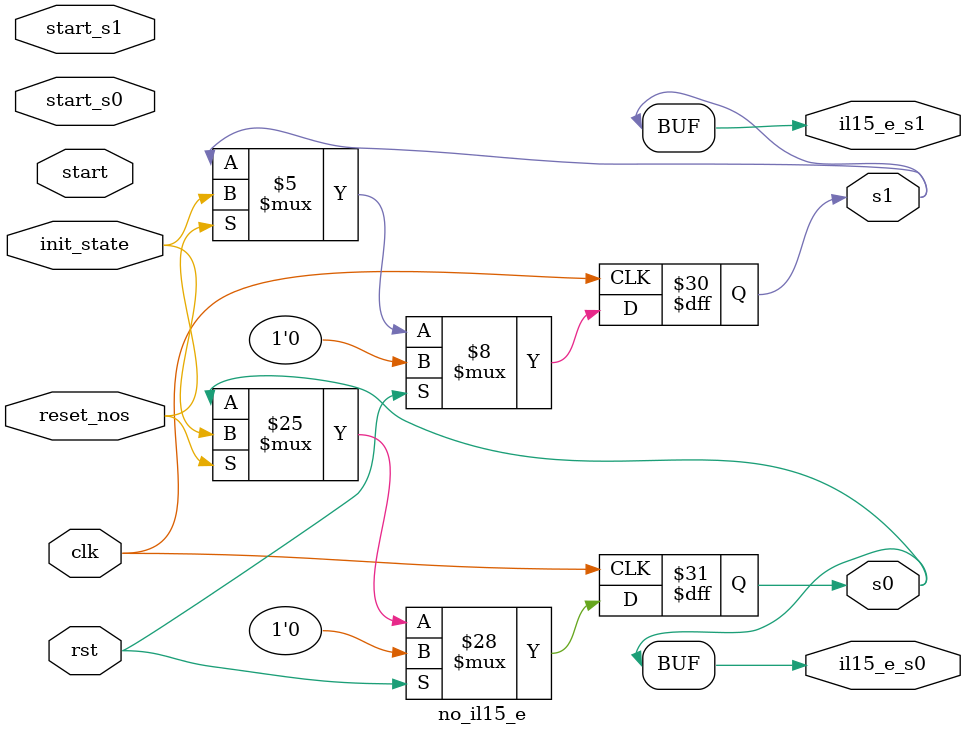
<source format=v>

module no_il15_e
(
  input clk,
  input start,
  input rst,
  input reset_nos,
  input start_s0,
  input start_s1,
  input init_state,
  output reg [1-1:0] s0,
  output reg [1-1:0] s1,
  output [1-1:0] il15_e_s0,
  output [1-1:0] il15_e_s1
);

  reg pass;

  always @(posedge clk) begin
    if(rst) begin
      s0 <= 1'd0;
      pass <= 1'b0;
    end else begin
      if(reset_nos) begin
        s0 <= init_state;
        pass <= 1;
      end else begin
        if(start_s0) begin
          if(pass) begin
            s0 <=  s0 ;
            pass <= 0;
          end else begin
            pass <= 1;
          end
        end 
      end
    end
  end


  always @(posedge clk) begin
    if(rst) begin
      s1 <= 1'd0;
    end else begin
      if(reset_nos) begin
        s1 <= init_state;
      end else begin
        if(start_s1) begin
          s1 <=  s1 ;
        end 
      end
    end
  end

  assign il15_e_s0 = s0;
  assign il15_e_s1 = s1;

endmodule

</source>
